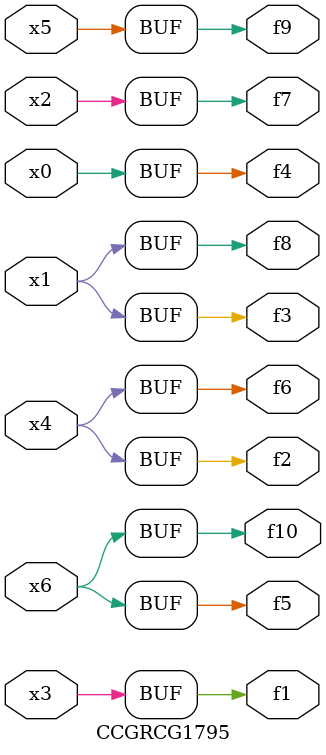
<source format=v>
module CCGRCG1795(
	input x0, x1, x2, x3, x4, x5, x6,
	output f1, f2, f3, f4, f5, f6, f7, f8, f9, f10
);
	assign f1 = x3;
	assign f2 = x4;
	assign f3 = x1;
	assign f4 = x0;
	assign f5 = x6;
	assign f6 = x4;
	assign f7 = x2;
	assign f8 = x1;
	assign f9 = x5;
	assign f10 = x6;
endmodule

</source>
